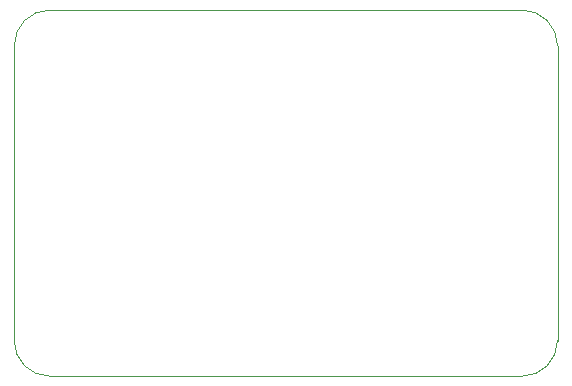
<source format=gm1>
G04*
G04 #@! TF.GenerationSoftware,Altium Limited,Altium Designer,21.1.1 (26)*
G04*
G04 Layer_Color=16711935*
%FSLAX24Y24*%
%MOIN*%
G70*
G04*
G04 #@! TF.SameCoordinates,F00D2E86-8B98-404A-8CF5-AA7CE4D76747*
G04*
G04*
G04 #@! TF.FilePolarity,Positive*
G04*
G01*
G75*
%ADD58C,0.0039*%
D58*
X1181Y12205D02*
G03*
X0Y11024I0J-1181D01*
G01*
Y1181D02*
G03*
X1181Y0I1181J0D01*
G01*
X16929D02*
G03*
X18110Y1181I0J1181D01*
G01*
Y11024D02*
G03*
X16929Y12205I-1181J0D01*
G01*
X1181Y12205D02*
X16929D01*
X0Y1181D02*
Y11024D01*
X18110Y1181D02*
Y11024D01*
X1181Y0D02*
X16929D01*
M02*

</source>
